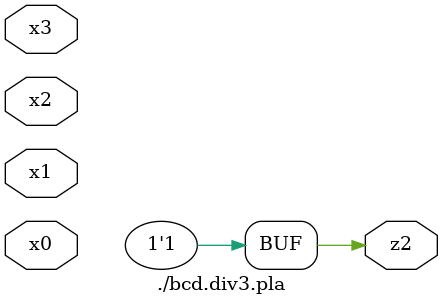
<source format=v>

module \./bcd.div3.pla  ( 
    x0, x1, x2, x3,
    z2  );
  input  x0, x1, x2, x3;
  output z2;
  assign z2 = 1'b1;
endmodule



</source>
